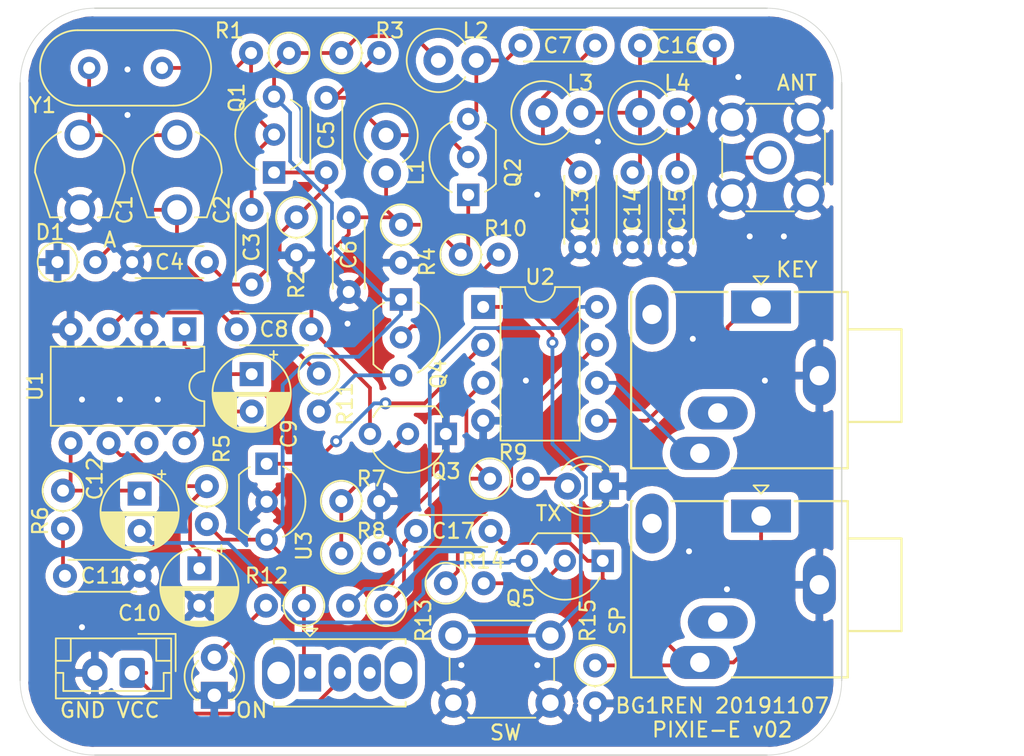
<source format=kicad_pcb>
(kicad_pcb (version 20171130) (host pcbnew 5.1.4)
  (layers (0 F.Cu signal) (31 B.Cu signal) (34 B.Paste user) (35 F.Paste user) (36 B.SilkS user) (37 F.SilkS user) (38 B.Mask user) (39 F.Mask user) (44 Edge.Cuts user))
  (net 0 "")
  (net 1 GND)
  (net 2 "Net-(C1-Pad1)")
  (net 3 "Net-(C3-Pad1)")
  (net 4 "Net-(C5-Pad1)")
  (net 5 KEY)
  (net 6 "Net-(C7-Pad2)")
  (net 7 LPF)
  (net 8 Phone)
  (net 9 ANT)
  (net 10 "Net-(D2-Pad2)")
  (net 11 VCC)
  (net 12 DAH)
  (net 13 DIT)
  (net 14 SW)
  (net 15 "Net-(Q4-Pad2)")
  (net 16 Sidetone)
  (net 17 5V)
  (net 18 "Net-(C11-Pad2)")
  (net 19 "Net-(J1-Pad1)")
  (net 20 "Net-(D3-Pad2)")
  (net 21 "Net-(C3-Pad2)")
  (net 22 SHIFT)
  (net 23 "Net-(C8-Pad2)")
  (net 24 "Net-(C9-Pad2)")
  (net 25 "Net-(C9-Pad1)")
  (net 26 /V+)
  (net 27 AF)
  (net 28 "Net-(C12-Pad1)")
  (net 29 "Net-(C14-Pad2)")
  (net 30 "Net-(C17-Pad2)")
  (net 31 "Net-(Q3-Pad2)")
  (net 32 "Net-(Q4-Pad3)")
  (net 33 "Net-(Q5-Pad2)")
  (net 34 "Net-(R8-Pad2)")
  (net 35 MUTE)
  (module Resistor_THT:R_Axial_DIN0207_L6.3mm_D2.5mm_P2.54mm_Vertical (layer F.Cu) (at 138.5 94 270)
    (fp_text reference R15 (at -3 0.5 90) (layer F.SilkS))
    (fp_text value 100)
    (pad 2 thru_hole oval (at 2.54 0 270) (size 1.6 1.6) (drill 0.8) (layers *.Cu *.Mask) (net 1 GND))
    (pad 1 thru_hole circle (at 0 0 270) (size 1.6 1.6) (drill 0.8) (layers *.Cu *.Mask) (net 8 Phone))
  )
  (module Package_TO_SOT_THT:TO-92_Inline_Wide (layer F.Cu) (at 116.5 80.5 270)
    (fp_text reference U3 (at 5.5 -2.5 90) (layer F.SilkS))
    (fp_text value LM78L05_TO92)
    (pad 1 thru_hole rect (at 0 0) (size 1.5 1.5) (drill 0.8) (layers *.Cu *.Mask) (net 17 5V))
    (pad 3 thru_hole circle (at 5.08 0) (size 1.5 1.5) (drill 0.8) (layers *.Cu *.Mask) (net 11 VCC))
    (pad 2 thru_hole circle (at 2.54 0) (size 1.5 1.5) (drill 0.8) (layers *.Cu *.Mask) (net 1 GND))
  )
  (module Package_DIP:DIP-8_W7.62mm (layer F.Cu) (at 131 70)
    (fp_text reference U2 (at 3.81 -2) (layer F.SilkS))
    (fp_text value STC15W104)
    (pad 8 thru_hole oval (at 7.62 0) (size 1.6 1.6) (drill 0.8) (layers *.Cu *.Mask) (net 16 Sidetone))
    (pad 4 thru_hole oval (at 0 7.62) (size 1.6 1.6) (drill 0.8) (layers *.Cu *.Mask) (net 1 GND))
    (pad 7 thru_hole oval (at 7.62 2.54) (size 1.6 1.6) (drill 0.8) (layers *.Cu *.Mask) (net 35 MUTE))
    (pad 3 thru_hole oval (at 0 5.08) (size 1.6 1.6) (drill 0.8) (layers *.Cu *.Mask) (net 34 "Net-(R8-Pad2)"))
    (pad 6 thru_hole oval (at 7.62 5.08) (size 1.6 1.6) (drill 0.8) (layers *.Cu *.Mask) (net 12 DAH))
    (pad 2 thru_hole oval (at 0 2.54) (size 1.6 1.6) (drill 0.8) (layers *.Cu *.Mask) (net 17 5V))
    (pad 5 thru_hole oval (at 7.62 7.62) (size 1.6 1.6) (drill 0.8) (layers *.Cu *.Mask) (net 13 DIT))
    (pad 1 thru_hole rect (at 0 0) (size 1.6 1.6) (drill 0.8) (layers *.Cu *.Mask) (net 14 SW))
  )
  (module Resistor_THT:R_Axial_DIN0207_L6.3mm_D2.5mm_P2.54mm_Vertical (layer F.Cu) (at 128.5 88.5)
    (fp_text reference R14 (at 2.5 -1.5) (layer F.SilkS))
    (fp_text value 10K)
    (pad 2 thru_hole oval (at 2.54 0) (size 1.6 1.6) (drill 0.8) (layers *.Cu *.Mask) (net 33 "Net-(Q5-Pad2)"))
    (pad 1 thru_hole circle (at 0 0) (size 1.6 1.6) (drill 0.8) (layers *.Cu *.Mask) (net 35 MUTE))
  )
  (module Package_TO_SOT_THT:TO-92_Inline_Wide (layer F.Cu) (at 139 87 180)
    (fp_text reference Q5 (at 5.5 -2.5) (layer F.SilkS))
    (fp_text value 2N7000)
    (pad 1 thru_hole rect (at 0 0 270) (size 1.5 1.5) (drill 0.8) (layers *.Cu *.Mask) (net 8 Phone))
    (pad 3 thru_hole circle (at 5.08 0 270) (size 1.5 1.5) (drill 0.8) (layers *.Cu *.Mask) (net 27 AF))
    (pad 2 thru_hole circle (at 2.54 0 270) (size 1.5 1.5) (drill 0.8) (layers *.Cu *.Mask) (net 33 "Net-(Q5-Pad2)"))
  )
  (module Package_TO_SOT_THT:TO-92_Inline_Wide (layer F.Cu) (at 125.5 69.5 270)
    (fp_text reference Q4 (at 5 -2.5 90) (layer F.SilkS))
    (fp_text value 2N3906)
    (pad 1 thru_hole rect (at 0 0) (size 1.5 1.5) (drill 0.8) (layers *.Cu *.Mask) (net 11 VCC))
    (pad 3 thru_hole circle (at 5.08 0) (size 1.5 1.5) (drill 0.8) (layers *.Cu *.Mask) (net 32 "Net-(Q4-Pad3)"))
    (pad 2 thru_hole circle (at 2.54 0) (size 1.5 1.5) (drill 0.8) (layers *.Cu *.Mask) (net 15 "Net-(Q4-Pad2)"))
  )
  (module Package_TO_SOT_THT:TO-92_Inline_Wide (layer F.Cu) (at 128.5 78.5 180)
    (fp_text reference Q3 (at 0 -2.5) (layer F.SilkS))
    (fp_text value 2N2222)
    (pad 1 thru_hole rect (at 0 0 270) (size 1.5 1.5) (drill 0.8) (layers *.Cu *.Mask) (net 1 GND))
    (pad 3 thru_hole circle (at 5.08 0 270) (size 1.5 1.5) (drill 0.8) (layers *.Cu *.Mask) (net 5 KEY))
    (pad 2 thru_hole circle (at 2.54 0 270) (size 1.5 1.5) (drill 0.8) (layers *.Cu *.Mask) (net 31 "Net-(Q3-Pad2)"))
  )
  (module Package_TO_SOT_THT:TO-92_Inline_Wide (layer F.Cu) (at 130 62.5 90)
    (fp_text reference Q2 (at 1.5 3 90) (layer F.SilkS))
    (fp_text value 2N2222)
    (pad 1 thru_hole rect (at 0 0 180) (size 1.5 1.5) (drill 0.8) (layers *.Cu *.Mask) (net 5 KEY))
    (pad 3 thru_hole circle (at 5.08 0 180) (size 1.5 1.5) (drill 0.8) (layers *.Cu *.Mask) (net 6 "Net-(C7-Pad2)"))
    (pad 2 thru_hole circle (at 2.54 0 180) (size 1.5 1.5) (drill 0.8) (layers *.Cu *.Mask) (net 4 "Net-(C5-Pad1)"))
  )
  (module Package_TO_SOT_THT:TO-92_Inline_Wide (layer F.Cu) (at 117 61 90)
    (fp_text reference Q1 (at 5 -2.5 90) (layer F.SilkS))
    (fp_text value 2N2222)
    (pad 1 thru_hole rect (at 0 0 180) (size 1.5 1.5) (drill 0.8) (layers *.Cu *.Mask) (net 21 "Net-(C3-Pad2)"))
    (pad 3 thru_hole circle (at 5.08 0 180) (size 1.5 1.5) (drill 0.8) (layers *.Cu *.Mask) (net 11 VCC))
    (pad 2 thru_hole circle (at 2.54 0 180) (size 1.5 1.5) (drill 0.8) (layers *.Cu *.Mask) (net 3 "Net-(C3-Pad1)"))
  )
  (module LED_THT:LED_D3.0mm (layer F.Cu) (at 113 96 90)
    (fp_text reference D3 hide)
    (fp_text value YELLO hide)
    (fp_text user ON (at -1 2.5 180) (layer F.SilkS))
    (pad 2 thru_hole circle (at 2.54 0 90) (size 1.8 1.8) (drill 0.9) (layers *.Cu *.Mask) (net 20 "Net-(D3-Pad2)"))
    (pad 1 thru_hole rect (at 0 0 90) (size 1.8 1.8) (drill 0.9) (layers *.Cu *.Mask) (net 1 GND))
  )
  (module Capacitor_THT:C_Disc_D4.3mm_W1.9mm_P5.00mm (layer F.Cu) (at 131.5 85 180)
    (fp_text reference C17 (at 2.5 0) (layer F.SilkS))
    (fp_text value 100n)
    (pad 2 thru_hole circle (at 5 0 180) (size 1.6 1.6) (drill 0.8) (layers *.Cu *.Mask) (net 30 "Net-(C17-Pad2)"))
    (pad 1 thru_hole circle (at 0 0 180) (size 1.6 1.6) (drill 0.8) (layers *.Cu *.Mask) (net 8 Phone))
  )
  (module Capacitor_THT:C_Disc_D4.3mm_W1.9mm_P5.00mm (layer F.Cu) (at 146.5 52.5 180)
    (fp_text reference C16 (at 2.5 0) (layer F.SilkS))
    (fp_text value 100)
    (pad 2 thru_hole circle (at 5 0 180) (size 1.6 1.6) (drill 0.8) (layers *.Cu *.Mask) (net 29 "Net-(C14-Pad2)"))
    (pad 1 thru_hole circle (at 0 0 180) (size 1.6 1.6) (drill 0.8) (layers *.Cu *.Mask) (net 9 ANT))
  )
  (module Capacitor_THT:C_Disc_D4.3mm_W1.9mm_P5.00mm (layer F.Cu) (at 141 66 90)
    (fp_text reference C14 (at 2.5 0 90) (layer F.SilkS))
    (fp_text value 1n)
    (pad 2 thru_hole circle (at 5 0 90) (size 1.6 1.6) (drill 0.8) (layers *.Cu *.Mask) (net 29 "Net-(C14-Pad2)"))
    (pad 1 thru_hole circle (at 0 0 90) (size 1.6 1.6) (drill 0.8) (layers *.Cu *.Mask) (net 1 GND))
  )
  (module Capacitor_THT:CP_Radial_D5.0mm_P2.50mm (layer F.Cu) (at 108 82.5 270)
    (fp_text reference C12 (at -1 3 90) (layer F.SilkS))
    (fp_text value 10u)
    (pad 2 thru_hole circle (at 2.5 0 270) (size 1.6 1.6) (drill 0.8) (layers *.Cu *.Mask) (net 27 AF))
    (pad 1 thru_hole rect (at 0 0 270) (size 1.6 1.6) (drill 0.8) (layers *.Cu *.Mask) (net 28 "Net-(C12-Pad1)"))
  )
  (module Capacitor_THT:CP_Radial_D5.0mm_P2.50mm (layer F.Cu) (at 115.5 74.5 270)
    (fp_text reference C9 (at 4 -2.5 90) (layer F.SilkS))
    (fp_text value 10u)
    (pad 2 thru_hole circle (at 2.5 0 270) (size 1.6 1.6) (drill 0.8) (layers *.Cu *.Mask) (net 24 "Net-(C9-Pad2)"))
    (pad 1 thru_hole rect (at 0 0 270) (size 1.6 1.6) (drill 0.8) (layers *.Cu *.Mask) (net 25 "Net-(C9-Pad1)"))
  )
  (module bg1ren:TZ03-F (layer F.Cu) (at 110.5 61 270)
    (fp_text reference C2 (at 2.5 -3 90) (layer F.SilkS))
    (fp_text value 40)
    (pad 2 thru_hole circle (at 2.5 0 270) (size 2.062 2.062) (drill 1.3) (layers *.Cu *.Mask) (net 22 SHIFT))
    (pad 1 thru_hole circle (at -2.5 0 270) (size 2.062 2.062) (drill 1.3) (layers *.Cu *.Mask) (net 2 "Net-(C1-Pad1)"))
  )
  (module bg1ren:TZ03-F (layer F.Cu) (at 104 61 270)
    (fp_text reference C1 (at 2.5 -3 90) (layer F.SilkS))
    (fp_text value 60)
    (pad 2 thru_hole circle (at 2.5 0 270) (size 2.062 2.062) (drill 1.3) (layers *.Cu *.Mask) (net 1 GND))
    (pad 1 thru_hole circle (at -2.5 0 270) (size 2.062 2.062) (drill 1.3) (layers *.Cu *.Mask) (net 2 "Net-(C1-Pad1)"))
  )
  (module Connector_Coaxial:SMA_Molex_73251-2200_Horizontal (layer F.Cu) (at 150.2 60 270)
    (fp_text reference J2 hide)
    (fp_text value ANT (at -5 -1.8 180) (layer F.SilkS))
    (pad 2 thru_hole circle (at -2.54 2.54 270) (size 2.25 2.25) (drill 1.5) (layers *.Cu *.Mask) (net 1 GND))
    (pad 2 thru_hole circle (at -2.54 -2.54 270) (size 2.25 2.25) (drill 1.5) (layers *.Cu *.Mask) (net 1 GND))
    (pad 2 thru_hole circle (at 2.54 -2.54 270) (size 2.25 2.25) (drill 1.5) (layers *.Cu *.Mask) (net 1 GND))
    (pad 2 thru_hole circle (at 2.54 2.54) (size 2.25 2.25) (drill 1.5) (layers *.Cu *.Mask) (net 1 GND))
    (pad 1 thru_hole circle (at 0 0 270) (size 2.25 2.25) (drill 1.5) (layers *.Cu *.Mask) (net 9 ANT))
  )
  (module Inductor_THT:L_Axial_L9.5mm_D4.0mm_P2.54mm_Vertical_Fastron_SMCC (layer F.Cu) (at 141.5 57)
    (fp_text reference L4 (at 2.5 -2) (layer F.SilkS))
    (fp_text value 1u)
    (pad 2 thru_hole oval (at 2.54 0) (size 2 2) (drill 1) (layers *.Cu *.Mask) (net 9 ANT))
    (pad 1 thru_hole circle (at 0 0) (size 2 2) (drill 1) (layers *.Cu *.Mask) (net 29 "Net-(C14-Pad2)"))
  )
  (module Inductor_THT:L_Axial_L9.5mm_D4.0mm_P2.54mm_Vertical_Fastron_SMCC (layer F.Cu) (at 135 57)
    (fp_text reference L3 (at 2.5 -2) (layer F.SilkS))
    (fp_text value 1u)
    (pad 2 thru_hole oval (at 2.54 0) (size 2 2) (drill 1) (layers *.Cu *.Mask) (net 29 "Net-(C14-Pad2)"))
    (pad 1 thru_hole circle (at 0 0) (size 2 2) (drill 1) (layers *.Cu *.Mask) (net 7 LPF))
  )
  (module Capacitor_THT:C_Disc_D4.3mm_W1.9mm_P5.00mm (layer F.Cu) (at 137.5 66 90)
    (fp_text reference C13 (at 2.5 0 90) (layer F.SilkS))
    (fp_text value 470)
    (pad 2 thru_hole circle (at 5 0 90) (size 1.6 1.6) (drill 0.8) (layers *.Cu *.Mask) (net 7 LPF))
    (pad 1 thru_hole circle (at 0 0 90) (size 1.6 1.6) (drill 0.8) (layers *.Cu *.Mask) (net 1 GND))
  )
  (module Capacitor_THT:C_Disc_D4.3mm_W1.9mm_P5.00mm (layer F.Cu) (at 108 88 180)
    (fp_text reference C11 (at 2.5 0) (layer F.SilkS))
    (fp_text value 10n)
    (pad 2 thru_hole circle (at 5 0 180) (size 1.6 1.6) (drill 0.8) (layers *.Cu *.Mask) (net 18 "Net-(C11-Pad2)"))
    (pad 1 thru_hole circle (at 0 0 180) (size 1.6 1.6) (drill 0.8) (layers *.Cu *.Mask) (net 1 GND))
  )
  (module Resistor_THT:R_Axial_DIN0207_L6.3mm_D2.5mm_P2.54mm_Vertical (layer F.Cu) (at 124.5 90 180)
    (fp_text reference R13 (at -2.5 -1 90) (layer F.SilkS))
    (fp_text value 4.7K)
    (pad 2 thru_hole oval (at 2.54 0 180) (size 1.6 1.6) (drill 0.8) (layers *.Cu *.Mask) (net 16 Sidetone))
    (pad 1 thru_hole circle (at 0 0 180) (size 1.6 1.6) (drill 0.8) (layers *.Cu *.Mask) (net 30 "Net-(C17-Pad2)"))
  )
  (module Resistor_THT:R_Axial_DIN0207_L6.3mm_D2.5mm_P2.54mm_Vertical (layer F.Cu) (at 118 53 180)
    (fp_text reference R1 (at 4 1.5) (layer F.SilkS))
    (fp_text value 47K)
    (pad 2 thru_hole oval (at 2.54 0 180) (size 1.6 1.6) (drill 0.8) (layers *.Cu *.Mask) (net 3 "Net-(C3-Pad1)"))
    (pad 1 thru_hole circle (at 0 0 180) (size 1.6 1.6) (drill 0.8) (layers *.Cu *.Mask) (net 11 VCC))
  )
  (module LED_THT:LED_D3.0mm (layer F.Cu) (at 139.192 82 180)
    (fp_text reference D2 hide)
    (fp_text value RED hide)
    (fp_text user TX (at 3.81 -1.82) (layer F.SilkS))
    (pad 2 thru_hole circle (at 2.54 0 180) (size 1.8 1.8) (drill 0.9) (layers *.Cu *.Mask) (net 10 "Net-(D2-Pad2)"))
    (pad 1 thru_hole rect (at 0 0 180) (size 1.8 1.8) (drill 0.9) (layers *.Cu *.Mask) (net 1 GND))
  )
  (module Button_Switch_THT:SW_Slide_1P2T_CK_OS102011MS2Q (layer F.Cu) (at 119.4 94.5)
    (fp_text reference SW1 hide)
    (fp_text value PWR hide)
    (pad "" thru_hole oval (at 6.1 0) (size 2.2 3.5) (drill 1.5) (layers *.Cu *.Mask))
    (pad "" thru_hole oval (at -2.1 0) (size 2.2 3.5) (drill 1.5) (layers *.Cu *.Mask))
    (pad 3 thru_hole oval (at 4 0) (size 1.5 2.5) (drill 0.8) (layers *.Cu *.Mask))
    (pad 2 thru_hole oval (at 2 0) (size 1.5 2.5) (drill 0.8) (layers *.Cu *.Mask) (net 19 "Net-(J1-Pad1)"))
    (pad 1 thru_hole rect (at 0 0) (size 1.5 2.5) (drill 0.8) (layers *.Cu *.Mask) (net 11 VCC))
  )
  (module Button_Switch_THT:SW_PUSH_6mm (layer F.Cu) (at 129 92)
    (fp_text reference SW2 hide)
    (fp_text value SW (at 3.5 6.5) (layer F.SilkS))
    (pad 1 thru_hole circle (at 6.5 0 90) (size 2 2) (drill 1.1) (layers *.Cu *.Mask) (net 14 SW))
    (pad 2 thru_hole circle (at 6.5 4.5 90) (size 2 2) (drill 1.1) (layers *.Cu *.Mask) (net 1 GND))
    (pad 1 thru_hole circle (at 0 0 90) (size 2 2) (drill 1.1) (layers *.Cu *.Mask) (net 14 SW))
    (pad 2 thru_hole circle (at 0 4.5 90) (size 2 2) (drill 1.1) (layers *.Cu *.Mask) (net 1 GND))
  )
  (module Connector_Audio:Jack_3.5mm_Ledino_KB3SPRS_Horizontal (layer F.Cu) (at 149.604821 70 180)
    (fp_text reference J4 hide)
    (fp_text value KEY (at -2.395179 2.5 180) (layer F.SilkS))
    (pad S thru_hole oval (at -3.9 -4.6 180) (size 2.2 4) (drill 1.3) (layers *.Cu *.Mask) (net 1 GND))
    (pad R thru_hole oval (at 4.1 -9.8 180) (size 4 2.2) (drill 1.3) (layers *.Cu *.Mask) (net 12 DAH))
    (pad RN thru_hole oval (at 2.9 -7.1 180) (size 4 2.2) (drill 1.3) (layers *.Cu *.Mask))
    (pad TN thru_hole oval (at 7.3 -0.5 270) (size 4 2.2) (drill 1.3) (layers *.Cu *.Mask))
    (pad T thru_hole rect (at 0 0 180) (size 4 2.2) (drill 1.3) (layers *.Cu *.Mask) (net 13 DIT))
  )
  (module Connector_Audio:Jack_3.5mm_Ledino_KB3SPRS_Horizontal (layer F.Cu) (at 149.604821 84 180)
    (fp_text reference J3 hide)
    (fp_text value SP (at 9.604821 -7 90) (layer F.SilkS))
    (pad S thru_hole oval (at -3.9 -4.6 180) (size 2.2 4) (drill 1.3) (layers *.Cu *.Mask) (net 1 GND))
    (pad R thru_hole oval (at 4.1 -9.8 180) (size 4 2.2) (drill 1.3) (layers *.Cu *.Mask) (net 8 Phone))
    (pad RN thru_hole oval (at 2.9 -7.1 180) (size 4 2.2) (drill 1.3) (layers *.Cu *.Mask))
    (pad TN thru_hole oval (at 7.3 -0.5 270) (size 4 2.2) (drill 1.3) (layers *.Cu *.Mask))
    (pad T thru_hole rect (at 0 0 180) (size 4 2.2) (drill 1.3) (layers *.Cu *.Mask) (net 8 Phone))
  )
  (module Crystal:Crystal_HC49-4H_Vertical (layer F.Cu) (at 109.5 54 180)
    (fp_text reference Y1 (at 8 -2.5) (layer F.SilkS))
    (fp_text value 7.023MHz)
    (pad 2 thru_hole circle (at 4.88 0 180) (size 1.5 1.5) (drill 0.8) (layers *.Cu *.Mask) (net 2 "Net-(C1-Pad1)"))
    (pad 1 thru_hole circle (at 0 0 180) (size 1.5 1.5) (drill 0.8) (layers *.Cu *.Mask) (net 3 "Net-(C3-Pad1)"))
  )
  (module Package_DIP:DIP-8_W7.62mm (layer F.Cu) (at 111 71.5 270)
    (fp_text reference U1 (at 3.81 10 90) (layer F.SilkS))
    (fp_text value LM386)
    (pad 8 thru_hole oval (at 7.62 0 270) (size 1.6 1.6) (drill 0.8) (layers *.Cu *.Mask) (net 24 "Net-(C9-Pad2)"))
    (pad 4 thru_hole oval (at 0 7.62 270) (size 1.6 1.6) (drill 0.8) (layers *.Cu *.Mask) (net 1 GND))
    (pad 7 thru_hole oval (at 7.62 2.54 270) (size 1.6 1.6) (drill 0.8) (layers *.Cu *.Mask))
    (pad 3 thru_hole oval (at 0 5.08 270) (size 1.6 1.6) (drill 0.8) (layers *.Cu *.Mask) (net 23 "Net-(C8-Pad2)"))
    (pad 6 thru_hole oval (at 7.62 5.08 270) (size 1.6 1.6) (drill 0.8) (layers *.Cu *.Mask) (net 26 /V+))
    (pad 2 thru_hole oval (at 0 2.54 270) (size 1.6 1.6) (drill 0.8) (layers *.Cu *.Mask) (net 1 GND))
    (pad 5 thru_hole oval (at 7.62 7.62 270) (size 1.6 1.6) (drill 0.8) (layers *.Cu *.Mask) (net 28 "Net-(C12-Pad1)"))
    (pad 1 thru_hole rect (at 0 0 270) (size 1.6 1.6) (drill 0.8) (layers *.Cu *.Mask) (net 25 "Net-(C9-Pad1)"))
  )
  (module Resistor_THT:R_Axial_DIN0207_L6.3mm_D2.5mm_P2.54mm_Vertical (layer F.Cu) (at 119 90 180)
    (fp_text reference R12 (at 2.5 2) (layer F.SilkS))
    (fp_text value 4.7K)
    (pad 1 thru_hole circle (at 0 0 180) (size 1.6 1.6) (drill 0.8) (layers *.Cu *.Mask) (net 11 VCC))
    (pad 2 thru_hole oval (at 2.54 0 180) (size 1.6 1.6) (drill 0.8) (layers *.Cu *.Mask) (net 20 "Net-(D3-Pad2)"))
  )
  (module Resistor_THT:R_Axial_DIN0207_L6.3mm_D2.5mm_P2.54mm_Vertical (layer F.Cu) (at 120 74.46 270)
    (fp_text reference R11 (at 2.04 -1.75 90) (layer F.SilkS))
    (fp_text value 4.7K)
    (pad 1 thru_hole circle (at 0 0 270) (size 1.6 1.6) (drill 0.8) (layers *.Cu *.Mask) (net 22 SHIFT))
    (pad 2 thru_hole oval (at 2.54 0 270) (size 1.6 1.6) (drill 0.8) (layers *.Cu *.Mask) (net 32 "Net-(Q4-Pad3)"))
  )
  (module Resistor_THT:R_Axial_DIN0207_L6.3mm_D2.5mm_P2.54mm_Vertical (layer F.Cu) (at 129.5 66.5)
    (fp_text reference R10 (at 3 -1.75) (layer F.SilkS))
    (fp_text value 4.7K)
    (pad 2 thru_hole oval (at 2.54 0) (size 1.6 1.6) (drill 0.8) (layers *.Cu *.Mask) (net 15 "Net-(Q4-Pad2)"))
    (pad 1 thru_hole circle (at 0 0) (size 1.6 1.6) (drill 0.8) (layers *.Cu *.Mask) (net 5 KEY))
  )
  (module Resistor_THT:R_Axial_DIN0207_L6.3mm_D2.5mm_P2.54mm_Vertical (layer F.Cu) (at 131.46 81.5)
    (fp_text reference R9 (at 1.54 -1.75) (layer F.SilkS))
    (fp_text value 2K)
    (pad 2 thru_hole oval (at 2.54 0) (size 1.6 1.6) (drill 0.8) (layers *.Cu *.Mask) (net 10 "Net-(D2-Pad2)"))
    (pad 1 thru_hole circle (at 0 0) (size 1.6 1.6) (drill 0.8) (layers *.Cu *.Mask) (net 34 "Net-(R8-Pad2)"))
  )
  (module Resistor_THT:R_Axial_DIN0207_L6.3mm_D2.5mm_P2.54mm_Vertical (layer F.Cu) (at 121.5 86.5)
    (fp_text reference R8 (at 2 -1.5) (layer F.SilkS))
    (fp_text value 1K)
    (pad 2 thru_hole oval (at 2.54 0) (size 1.6 1.6) (drill 0.8) (layers *.Cu *.Mask) (net 34 "Net-(R8-Pad2)"))
    (pad 1 thru_hole circle (at 0 0) (size 1.6 1.6) (drill 0.8) (layers *.Cu *.Mask) (net 31 "Net-(Q3-Pad2)"))
  )
  (module Resistor_THT:R_Axial_DIN0207_L6.3mm_D2.5mm_P2.54mm_Vertical (layer F.Cu) (at 121.5 83)
    (fp_text reference R7 (at 2 -1.5) (layer F.SilkS))
    (fp_text value 2K)
    (pad 2 thru_hole oval (at 2.54 0) (size 1.6 1.6) (drill 0.8) (layers *.Cu *.Mask) (net 1 GND))
    (pad 1 thru_hole circle (at 0 0) (size 1.6 1.6) (drill 0.8) (layers *.Cu *.Mask) (net 31 "Net-(Q3-Pad2)"))
  )
  (module Resistor_THT:R_Axial_DIN0207_L6.3mm_D2.5mm_P2.54mm_Vertical (layer F.Cu) (at 102.87 82.296 270)
    (fp_text reference R6 (at 2.032 1.524 90) (layer F.SilkS))
    (fp_text value 10)
    (pad 2 thru_hole oval (at 2.54 0 270) (size 1.6 1.6) (drill 0.8) (layers *.Cu *.Mask) (net 18 "Net-(C11-Pad2)"))
    (pad 1 thru_hole circle (at 0 0 270) (size 1.6 1.6) (drill 0.8) (layers *.Cu *.Mask) (net 28 "Net-(C12-Pad1)"))
  )
  (module Resistor_THT:R_Axial_DIN0207_L6.3mm_D2.5mm_P2.54mm_Vertical (layer F.Cu) (at 112.5 82 270)
    (fp_text reference R5 (at -2.5 -1 90) (layer F.SilkS))
    (fp_text value 1K)
    (pad 2 thru_hole oval (at 2.54 0 270) (size 1.6 1.6) (drill 0.8) (layers *.Cu *.Mask) (net 11 VCC))
    (pad 1 thru_hole circle (at 0 0 270) (size 1.6 1.6) (drill 0.8) (layers *.Cu *.Mask) (net 26 /V+))
  )
  (module Resistor_THT:R_Axial_DIN0207_L6.3mm_D2.5mm_P2.54mm_Vertical (layer F.Cu) (at 125.5 64.5 270)
    (fp_text reference R4 (at 2.48 -1.75 90) (layer F.SilkS))
    (fp_text value 10K)
    (pad 2 thru_hole oval (at 2.54 0 270) (size 1.6 1.6) (drill 0.8) (layers *.Cu *.Mask) (net 1 GND))
    (pad 1 thru_hole circle (at 0 0 270) (size 1.6 1.6) (drill 0.8) (layers *.Cu *.Mask) (net 5 KEY))
  )
  (module Resistor_THT:R_Axial_DIN0207_L6.3mm_D2.5mm_P2.54mm_Vertical (layer F.Cu) (at 121.5 53)
    (fp_text reference R3 (at 3.25 -1.5) (layer F.SilkS))
    (fp_text value 47K)
    (pad 2 thru_hole oval (at 2.54 0) (size 1.6 1.6) (drill 0.8) (layers *.Cu *.Mask) (net 4 "Net-(C5-Pad1)"))
    (pad 1 thru_hole circle (at 0 0) (size 1.6 1.6) (drill 0.8) (layers *.Cu *.Mask) (net 11 VCC))
  )
  (module Resistor_THT:R_Axial_DIN0207_L6.3mm_D2.5mm_P2.54mm_Vertical (layer F.Cu) (at 118.5 64 270)
    (fp_text reference R2 (at 4.5 0 90) (layer F.SilkS))
    (fp_text value 470)
    (pad 2 thru_hole oval (at 2.54 0 270) (size 1.6 1.6) (drill 0.8) (layers *.Cu *.Mask) (net 1 GND))
    (pad 1 thru_hole circle (at 0 0 270) (size 1.6 1.6) (drill 0.8) (layers *.Cu *.Mask) (net 21 "Net-(C3-Pad2)"))
  )
  (module Inductor_THT:L_Axial_L9.5mm_D4.0mm_P2.54mm_Vertical_Fastron_SMCC (layer F.Cu) (at 128 53.5)
    (fp_text reference L2 (at 2.5 -2) (layer F.SilkS))
    (fp_text value 22u)
    (pad 2 thru_hole oval (at 2.54 0) (size 2 2) (drill 1) (layers *.Cu *.Mask) (net 6 "Net-(C7-Pad2)"))
    (pad 1 thru_hole circle (at 0 0) (size 2 2) (drill 1) (layers *.Cu *.Mask) (net 11 VCC))
  )
  (module Inductor_THT:L_Axial_L9.5mm_D4.0mm_P2.54mm_Vertical_Fastron_SMCC (layer F.Cu) (at 124.5 58.5 270)
    (fp_text reference L1 (at 2.5 -2 90) (layer F.SilkS))
    (fp_text value 100u)
    (pad 2 thru_hole oval (at 2.54 0 270) (size 2 2) (drill 1) (layers *.Cu *.Mask) (net 5 KEY))
    (pad 1 thru_hole circle (at 0 0 270) (size 2 2) (drill 1) (layers *.Cu *.Mask) (net 4 "Net-(C5-Pad1)"))
  )
  (module Connector_JST:JST_EH_B2B-EH-A_1x02_P2.50mm_Vertical (layer F.Cu) (at 107.5 94.5 180)
    (fp_text reference J1 hide)
    (fp_text value PWR hide)
    (pad 2 thru_hole oval (at 2.5 0 180) (size 1.7 2) (drill 1) (layers *.Cu *.Mask) (net 1 GND))
    (pad 1 thru_hole roundrect (at 0 0 180) (size 1.7 2) (drill 1) (layers *.Cu *.Mask) (roundrect_rratio 0.147059) (net 19 "Net-(J1-Pad1)"))
  )
  (module Diode_THT:D_DO-35_SOD27_P2.54mm_Vertical_AnodeUp (layer F.Cu) (at 102.5 67)
    (fp_text reference D1 (at -0.5 -2) (layer F.SilkS))
    (fp_text value 1N4148)
    (fp_text user A (at 3.5 -1.5) (layer F.SilkS))
    (pad 2 thru_hole oval (at 2.54 0) (size 1.6 1.6) (drill 0.8) (layers *.Cu *.Mask) (net 22 SHIFT))
    (pad 1 thru_hole rect (at 0 0) (size 1.6 1.6) (drill 0.8) (layers *.Cu *.Mask) (net 1 GND))
  )
  (module Capacitor_THT:C_Disc_D4.3mm_W1.9mm_P5.00mm (layer F.Cu) (at 144 66 90)
    (fp_text reference C15 (at 2.5 0 90) (layer F.SilkS))
    (fp_text value 470)
    (pad 2 thru_hole circle (at 5 0 90) (size 1.6 1.6) (drill 0.8) (layers *.Cu *.Mask) (net 9 ANT))
    (pad 1 thru_hole circle (at 0 0 90) (size 1.6 1.6) (drill 0.8) (layers *.Cu *.Mask) (net 1 GND))
  )
  (module Capacitor_THT:CP_Radial_D5.0mm_P2.50mm (layer F.Cu) (at 112 87.5 270)
    (fp_text reference C10 (at 3 4 180) (layer F.SilkS))
    (fp_text value 100u)
    (pad 2 thru_hole circle (at 2.5 0 270) (size 1.6 1.6) (drill 0.8) (layers *.Cu *.Mask) (net 1 GND))
    (pad 1 thru_hole rect (at 0 0 270) (size 1.6 1.6) (drill 0.8) (layers *.Cu *.Mask) (net 26 /V+))
  )
  (module Capacitor_THT:C_Disc_D4.3mm_W1.9mm_P5.00mm (layer F.Cu) (at 119.5 71.5 180)
    (fp_text reference C8 (at 2.5 0) (layer F.SilkS))
    (fp_text value 100n)
    (pad 2 thru_hole circle (at 5 0 180) (size 1.6 1.6) (drill 0.8) (layers *.Cu *.Mask) (net 23 "Net-(C8-Pad2)"))
    (pad 1 thru_hole circle (at 0 0 180) (size 1.6 1.6) (drill 0.8) (layers *.Cu *.Mask) (net 5 KEY))
  )
  (module Capacitor_THT:C_Disc_D4.3mm_W1.9mm_P5.00mm (layer F.Cu) (at 138.5 52.5 180)
    (fp_text reference C7 (at 2.5 0) (layer F.SilkS))
    (fp_text value 10n)
    (pad 2 thru_hole circle (at 5 0 180) (size 1.6 1.6) (drill 0.8) (layers *.Cu *.Mask) (net 6 "Net-(C7-Pad2)"))
    (pad 1 thru_hole circle (at 0 0 180) (size 1.6 1.6) (drill 0.8) (layers *.Cu *.Mask) (net 7 LPF))
  )
  (module Capacitor_THT:C_Disc_D4.3mm_W1.9mm_P5.00mm (layer F.Cu) (at 122 64 270)
    (fp_text reference C6 (at 2.5 0 90) (layer F.SilkS))
    (fp_text value 47n)
    (pad 2 thru_hole circle (at 5 0 270) (size 1.6 1.6) (drill 0.8) (layers *.Cu *.Mask) (net 1 GND))
    (pad 1 thru_hole circle (at 0 0 270) (size 1.6 1.6) (drill 0.8) (layers *.Cu *.Mask) (net 5 KEY))
  )
  (module Capacitor_THT:C_Disc_D4.3mm_W1.9mm_P5.00mm (layer F.Cu) (at 120.5 56 270)
    (fp_text reference C5 (at 2.5 0 90) (layer F.SilkS))
    (fp_text value 10n)
    (pad 2 thru_hole circle (at 5 0 270) (size 1.6 1.6) (drill 0.8) (layers *.Cu *.Mask) (net 21 "Net-(C3-Pad2)"))
    (pad 1 thru_hole circle (at 0 0 270) (size 1.6 1.6) (drill 0.8) (layers *.Cu *.Mask) (net 4 "Net-(C5-Pad1)"))
  )
  (module Capacitor_THT:C_Disc_D4.3mm_W1.9mm_P5.00mm (layer F.Cu) (at 112.5 67 180)
    (fp_text reference C4 (at 2.5 0) (layer F.SilkS))
    (fp_text value 100)
    (pad 2 thru_hole circle (at 5 0 180) (size 1.6 1.6) (drill 0.8) (layers *.Cu *.Mask) (net 1 GND))
    (pad 1 thru_hole circle (at 0 0 180) (size 1.6 1.6) (drill 0.8) (layers *.Cu *.Mask) (net 21 "Net-(C3-Pad2)"))
  )
  (module Capacitor_THT:C_Disc_D4.3mm_W1.9mm_P5.00mm (layer F.Cu) (at 115.5 63.5 270)
    (fp_text reference C3 (at 2.5 0 90) (layer F.SilkS))
    (fp_text value 100)
    (pad 2 thru_hole circle (at 5 0 270) (size 1.6 1.6) (drill 0.8) (layers *.Cu *.Mask) (net 21 "Net-(C3-Pad2)"))
    (pad 1 thru_hole circle (at 0 0 270) (size 1.6 1.6) (drill 0.8) (layers *.Cu *.Mask) (net 3 "Net-(C3-Pad1)"))
  )
  (gr_arc (start 105 95) (end 100 95) (angle -90) (layer Edge.Cuts) (width 0.05))
  (gr_arc (start 105 55) (end 105 50) (angle -90) (layer Edge.Cuts) (width 0.05))
  (gr_text "BG1REN 20191107\nPIXIE-E v02" (at 147 97.5) (layer F.SilkS) (effects (font (size 1 1))))
  (gr_text "GND VCC" (at 106 97) (layer F.SilkS) (effects (font (size 1 1))))
  (gr_arc (start 150 95) (end 150 100) (angle -90) (layer Edge.Cuts) (width 0.05))
  (gr_arc (start 150 55) (end 155 55) (angle -90) (layer Edge.Cuts) (width 0.05))
  (gr_line (start 100 95) (end 100 55) (layer Edge.Cuts) (width 0.1))
  (gr_line (start 150 100) (end 105 100) (layer Edge.Cuts) (width 0.1))
  (gr_line (start 155 55) (end 155 95) (layer Edge.Cuts) (width 0.1))
  (gr_line (start 105 50) (end 150 50) (layer Edge.Cuts) (width 0.1))
  (via (at 151.13 65.278) (size 0.8) (drill 0.4) (layers F.Cu B.Cu) (net 1))
  (via (at 148.844 65.278) (size 0.8) (drill 0.4) (layers F.Cu B.Cu) (net 1))
  (via (at 149.86 74.93) (size 0.8) (drill 0.4) (layers F.Cu B.Cu) (net 1))
  (via (at 144.78 86.36) (size 0.8) (drill 0.4) (layers F.Cu B.Cu) (net 1))
  (via (at 147.32 88.9) (size 0.8) (drill 0.4) (layers F.Cu B.Cu) (net 1))
  (via (at 107.188 54.102) (size 0.8) (drill 0.4) (layers F.Cu B.Cu) (net 1))
  (via (at 107.188 57.15) (size 0.8) (drill 0.4) (layers F.Cu B.Cu) (net 1))
  (via (at 148.082 54.61) (size 0.8) (drill 0.4) (layers F.Cu B.Cu) (net 1))
  (via (at 138.684 58.928) (size 0.8) (drill 0.4) (layers F.Cu B.Cu) (net 1))
  (via (at 134.62 62.484) (size 0.8) (drill 0.4) (layers F.Cu B.Cu) (net 1))
  (via (at 133.858 74.93) (size 0.8) (drill 0.4) (layers F.Cu B.Cu) (net 1))
  (via (at 104.14 76.2) (size 0.8) (drill 0.4) (layers F.Cu B.Cu) (net 1))
  (via (at 106.68 76.2) (size 0.8) (drill 0.4) (layers F.Cu B.Cu) (net 1))
  (via (at 109.22 76.2) (size 0.8) (drill 0.4) (layers F.Cu B.Cu) (net 1))
  (via (at 104.14 91.44) (size 0.8) (drill 0.4) (layers F.Cu B.Cu) (net 1))
  (via (at 134.62 93.98) (size 0.8) (drill 0.4) (layers F.Cu B.Cu) (net 1))
  (via (at 145.034 72.136) (size 0.8) (drill 0.4) (layers F.Cu B.Cu) (net 1))
  (via (at 129.54 93.98) (size 0.8) (drill 0.4) (layers F.Cu B.Cu) (net 1))
  (via (at 121.92 71.12) (size 0.8) (drill 0.4) (layers F.Cu B.Cu) (net 1))
  (segment (start 104.62 57.88) (end 104 58.5) (width 0.25) (layer F.Cu) (net 2))
  (segment (start 104.62 54) (end 104.62 57.88) (width 0.25) (layer F.Cu) (net 2))
  (segment (start 104 58.5) (end 110.5 58.5) (width 0.25) (layer F.Cu) (net 2))
  (segment (start 114.46 54) (end 115.46 53) (width 0.25) (layer F.Cu) (net 3))
  (segment (start 109.5 54) (end 114.46 54) (width 0.25) (layer F.Cu) (net 3))
  (segment (start 115.46 56.92) (end 115.46 53) (width 0.25) (layer F.Cu) (net 3))
  (segment (start 117 58.46) (end 115.46 56.92) (width 0.25) (layer F.Cu) (net 3))
  (segment (start 115.5 59.96) (end 115.5 63.5) (width 0.25) (layer F.Cu) (net 3))
  (segment (start 117 58.46) (end 115.5 59.96) (width 0.25) (layer F.Cu) (net 3))
  (segment (start 121.04 56) (end 120.5 56) (width 0.25) (layer F.Cu) (net 4))
  (segment (start 124.04 53) (end 121.04 56) (width 0.25) (layer F.Cu) (net 4))
  (segment (start 122 56) (end 124.5 58.5) (width 0.25) (layer F.Cu) (net 4))
  (segment (start 120.5 56) (end 122 56) (width 0.25) (layer F.Cu) (net 4))
  (segment (start 128.54 58.5) (end 130 59.96) (width 0.25) (layer F.Cu) (net 4))
  (segment (start 124.5 58.5) (end 128.54 58.5) (width 0.25) (layer F.Cu) (net 4))
  (segment (start 130 66) (end 129.5 66.5) (width 0.25) (layer F.Cu) (net 5))
  (segment (start 130 62.5) (end 130 66) (width 0.25) (layer F.Cu) (net 5))
  (segment (start 124.5 63.5) (end 125.5 64.5) (width 0.25) (layer F.Cu) (net 5))
  (segment (start 124.5 61.04) (end 124.5 63.5) (width 0.25) (layer F.Cu) (net 5))
  (segment (start 127.5 64.5) (end 129.5 66.5) (width 0.25) (layer F.Cu) (net 5))
  (segment (start 125.5 64.5) (end 127.5 64.5) (width 0.25) (layer F.Cu) (net 5))
  (segment (start 125 64) (end 125.5 64.5) (width 0.25) (layer F.Cu) (net 5))
  (segment (start 122 64) (end 125 64) (width 0.25) (layer F.Cu) (net 5))
  (segment (start 119.5 70.36863) (end 119.5 71.5) (width 0.25) (layer F.Cu) (net 5))
  (segment (start 119.5 67.63137) (end 119.5 70.36863) (width 0.25) (layer F.Cu) (net 5))
  (segment (start 122 65.13137) (end 119.5 67.63137) (width 0.25) (layer F.Cu) (net 5))
  (segment (start 122 64) (end 122 65.13137) (width 0.25) (layer F.Cu) (net 5))
  (segment (start 123.42 75.42) (end 123.42 78.5) (width 0.25) (layer F.Cu) (net 5))
  (segment (start 119.5 71.5) (end 123.42 75.42) (width 0.25) (layer F.Cu) (net 5))
  (segment (start 130.54 56.88) (end 130 57.42) (width 0.25) (layer F.Cu) (net 6))
  (segment (start 130.54 53.5) (end 130.54 56.88) (width 0.25) (layer F.Cu) (net 6))
  (segment (start 132.5 53.5) (end 133.5 52.5) (width 0.25) (layer F.Cu) (net 6))
  (segment (start 130.54 53.5) (end 132.5 53.5) (width 0.25) (layer F.Cu) (net 6))
  (segment (start 135 56) (end 135 57) (width 0.25) (layer F.Cu) (net 7))
  (segment (start 138.5 52.5) (end 135 56) (width 0.25) (layer F.Cu) (net 7))
  (segment (start 135 58.5) (end 137.5 61) (width 0.25) (layer F.Cu) (net 7))
  (segment (start 135 57) (end 135 58.5) (width 0.25) (layer F.Cu) (net 7))
  (segment (start 144.604821 93.8) (end 145.504821 93.8) (width 0.25) (layer F.Cu) (net 8))
  (segment (start 139 88.195179) (end 144.604821 93.8) (width 0.25) (layer F.Cu) (net 8))
  (segment (start 139 87) (end 139 88.195179) (width 0.25) (layer F.Cu) (net 8))
  (segment (start 149.604821 85.35) (end 149.604821 84) (width 0.25) (layer F.Cu) (net 8))
  (segment (start 149.604821 91.95) (end 149.604821 85.35) (width 0.25) (layer F.Cu) (net 8))
  (segment (start 147.754821 93.8) (end 149.604821 91.95) (width 0.25) (layer F.Cu) (net 8))
  (segment (start 145.504821 93.8) (end 147.754821 93.8) (width 0.25) (layer F.Cu) (net 8))
  (segment (start 138 87) (end 139 87) (width 0.25) (layer F.Cu) (net 8))
  (segment (start 132.299999 85.799999) (end 136.799999 85.799999) (width 0.25) (layer F.Cu) (net 8))
  (segment (start 136.799999 85.799999) (end 138 87) (width 0.25) (layer F.Cu) (net 8))
  (segment (start 131.5 85) (end 132.299999 85.799999) (width 0.25) (layer F.Cu) (net 8))
  (segment (start 145.304821 94) (end 145.504821 93.8) (width 0.25) (layer F.Cu) (net 8))
  (segment (start 138.5 94) (end 145.304821 94) (width 0.25) (layer F.Cu) (net 8))
  (segment (start 147.04 60) (end 150.2 60) (width 0.25) (layer F.Cu) (net 9))
  (segment (start 144.04 57) (end 147.04 60) (width 0.25) (layer F.Cu) (net 9))
  (segment (start 146.5 54.54) (end 144.04 57) (width 0.25) (layer F.Cu) (net 9))
  (segment (start 146.5 52.5) (end 146.5 54.54) (width 0.25) (layer F.Cu) (net 9))
  (segment (start 144.04 60.96) (end 144 61) (width 0.25) (layer F.Cu) (net 9))
  (segment (start 144.04 57) (end 144.04 60.96) (width 0.25) (layer F.Cu) (net 9))
  (segment (start 136.152 81.5) (end 136.652 82) (width 0.25) (layer F.Cu) (net 10))
  (segment (start 134 81.5) (end 136.152 81.5) (width 0.25) (layer F.Cu) (net 10))
  (segment (start 117 54) (end 117 55.92) (width 0.25) (layer F.Cu) (net 11))
  (segment (start 118 53) (end 117 54) (width 0.25) (layer F.Cu) (net 11))
  (segment (start 119.165002 53) (end 121.5 53) (width 0.25) (layer F.Cu) (net 11))
  (segment (start 118 53) (end 119.165002 53) (width 0.25) (layer F.Cu) (net 11))
  (segment (start 127.000001 52.500001) (end 128 53.5) (width 0.25) (layer F.Cu) (net 11))
  (segment (start 126.374999 51.874999) (end 127.000001 52.500001) (width 0.25) (layer F.Cu) (net 11))
  (segment (start 122.625001 51.874999) (end 126.374999 51.874999) (width 0.25) (layer F.Cu) (net 11))
  (segment (start 121.5 53) (end 122.625001 51.874999) (width 0.25) (layer F.Cu) (net 11))
  (segment (start 119 88.08) (end 116.5 85.58) (width 0.25) (layer F.Cu) (net 11))
  (segment (start 119 90) (end 119 88.08) (width 0.25) (layer F.Cu) (net 11))
  (segment (start 113.54 85.58) (end 112.5 84.54) (width 0.25) (layer F.Cu) (net 11))
  (segment (start 116.5 85.58) (end 113.54 85.58) (width 0.25) (layer F.Cu) (net 11))
  (segment (start 118.075001 56.995001) (end 117.749999 56.669999) (width 0.25) (layer B.Cu) (net 11))
  (segment (start 120.874999 63.040001) (end 118.075001 60.240003) (width 0.25) (layer B.Cu) (net 11))
  (segment (start 118.075001 60.240003) (end 118.075001 56.995001) (width 0.25) (layer B.Cu) (net 11))
  (segment (start 120.874999 65.874999) (end 120.874999 63.040001) (width 0.25) (layer B.Cu) (net 11))
  (segment (start 117.749999 56.669999) (end 117 55.92) (width 0.25) (layer B.Cu) (net 11))
  (segment (start 124.5 69.5) (end 120.874999 65.874999) (width 0.25) (layer B.Cu) (net 11))
  (segment (start 125.5 69.5) (end 124.5 69.5) (width 0.25) (layer B.Cu) (net 11))
  (segment (start 117.249999 84.830001) (end 116.5 85.58) (width 0.25) (layer B.Cu) (net 11))
  (segment (start 117.575001 84.504999) (end 117.249999 84.830001) (width 0.25) (layer B.Cu) (net 11))
  (segment (start 117.575001 75.219997) (end 117.575001 84.504999) (width 0.25) (layer B.Cu) (net 11))
  (segment (start 119.459999 73.334999) (end 117.575001 75.219997) (width 0.25) (layer B.Cu) (net 11))
  (segment (start 122.665001 73.334999) (end 119.459999 73.334999) (width 0.25) (layer B.Cu) (net 11))
  (segment (start 125.5 70.5) (end 122.665001 73.334999) (width 0.25) (layer B.Cu) (net 11))
  (segment (start 125.5 69.5) (end 125.5 70.5) (width 0.25) (layer B.Cu) (net 11))
  (segment (start 119 94.1) (end 119.4 94.5) (width 0.25) (layer F.Cu) (net 11))
  (segment (start 119 90) (end 119 94.1) (width 0.25) (layer F.Cu) (net 11))
  (segment (start 139.884821 75.08) (end 139.75137 75.08) (width 0.25) (layer B.Cu) (net 12))
  (segment (start 144.604821 79.8) (end 139.884821 75.08) (width 0.25) (layer B.Cu) (net 12))
  (segment (start 139.75137 75.08) (end 138.62 75.08) (width 0.25) (layer B.Cu) (net 12))
  (segment (start 145.504821 79.8) (end 144.604821 79.8) (width 0.25) (layer B.Cu) (net 12))
  (segment (start 148.704821 70) (end 149.604821 70) (width 0.25) (layer F.Cu) (net 13))
  (segment (start 147.354821 72.25) (end 147.354821 71.35) (width 0.25) (layer F.Cu) (net 13))
  (segment (start 141.984821 77.62) (end 147.354821 72.25) (width 0.25) (layer F.Cu) (net 13))
  (segment (start 147.354821 71.35) (end 148.704821 70) (width 0.25) (layer F.Cu) (net 13))
  (segment (start 138.62 77.62) (end 141.984821 77.62) (width 0.25) (layer F.Cu) (net 13))
  (via (at 135.636 72.39) (size 0.8) (drill 0.4) (layers F.Cu B.Cu) (net 14))
  (segment (start 132.05 70) (end 131 70) (width 0.25) (layer F.Cu) (net 14))
  (segment (start 133.811685 70) (end 132.05 70) (width 0.25) (layer F.Cu) (net 14))
  (segment (start 135.636 71.824315) (end 133.811685 70) (width 0.25) (layer F.Cu) (net 14))
  (segment (start 135.636 72.39) (end 135.636 71.824315) (width 0.25) (layer F.Cu) (net 14))
  (segment (start 135.5 92) (end 137.535001 89.964999) (width 0.25) (layer B.Cu) (net 14))
  (segment (start 135.636 79.170998) (end 135.636 72.39) (width 0.25) (layer B.Cu) (net 14))
  (segment (start 137.535001 89.964999) (end 137.535001 82.930001) (width 0.25) (layer B.Cu) (net 14))
  (segment (start 137.877001 81.411999) (end 135.636 79.170998) (width 0.25) (layer B.Cu) (net 14))
  (segment (start 137.535001 82.930001) (end 137.877001 82.588001) (width 0.25) (layer B.Cu) (net 14))
  (segment (start 137.877001 82.588001) (end 137.877001 81.411999) (width 0.25) (layer B.Cu) (net 14))
  (segment (start 135.5 92) (end 129 92) (width 0.25) (layer B.Cu) (net 14))
  (segment (start 131.240001 67.299999) (end 132.04 66.5) (width 0.25) (layer F.Cu) (net 15))
  (segment (start 127.249999 71.290001) (end 131.240001 67.299999) (width 0.25) (layer F.Cu) (net 15))
  (segment (start 126.249999 71.290001) (end 127.249999 71.290001) (width 0.25) (layer F.Cu) (net 15))
  (segment (start 125.5 72.04) (end 126.249999 71.290001) (width 0.25) (layer F.Cu) (net 15))
  (segment (start 124.290003 88.874999) (end 123.085001 88.874999) (width 0.25) (layer B.Cu) (net 16))
  (segment (start 127.625001 85.540001) (end 124.290003 88.874999) (width 0.25) (layer B.Cu) (net 16))
  (segment (start 127.625001 83.429001) (end 127.625001 85.540001) (width 0.25) (layer B.Cu) (net 16))
  (segment (start 123.085001 88.874999) (end 122.759999 89.200001) (width 0.25) (layer B.Cu) (net 16))
  (segment (start 127.424999 83.228999) (end 127.625001 83.429001) (width 0.25) (layer B.Cu) (net 16))
  (segment (start 138.62 70) (end 137.48863 70) (width 0.25) (layer B.Cu) (net 16))
  (segment (start 130.459999 71.414999) (end 127.424999 74.449999) (width 0.25) (layer B.Cu) (net 16))
  (segment (start 122.759999 89.200001) (end 121.96 90) (width 0.25) (layer B.Cu) (net 16))
  (segment (start 127.424999 74.449999) (end 127.424999 83.228999) (width 0.25) (layer B.Cu) (net 16))
  (segment (start 136.073631 71.414999) (end 130.459999 71.414999) (width 0.25) (layer B.Cu) (net 16))
  (segment (start 137.48863 70) (end 136.073631 71.414999) (width 0.25) (layer B.Cu) (net 16))
  (segment (start 119.652 80.5) (end 121.158 78.994) (width 0.25) (layer F.Cu) (net 17))
  (via (at 121.158 78.994) (size 0.8) (drill 0.4) (layers F.Cu B.Cu) (net 17))
  (segment (start 116.5 80.5) (end 119.652 80.5) (width 0.25) (layer F.Cu) (net 17))
  (via (at 124.46 76.454) (size 0.8) (drill 0.4) (layers F.Cu B.Cu) (net 17))
  (segment (start 123.698 76.454) (end 124.46 76.454) (width 0.25) (layer B.Cu) (net 17))
  (segment (start 121.158 78.994) (end 123.698 76.454) (width 0.25) (layer B.Cu) (net 17))
  (segment (start 127.086 76.454) (end 131 72.54) (width 0.25) (layer F.Cu) (net 17))
  (segment (start 124.46 76.454) (end 127.086 76.454) (width 0.25) (layer F.Cu) (net 17))
  (segment (start 102.87 87.87) (end 103 88) (width 0.25) (layer F.Cu) (net 18))
  (segment (start 102.87 84.836) (end 102.87 87.87) (width 0.25) (layer F.Cu) (net 18))
  (segment (start 107.5 94.5) (end 108.45 94.5) (width 0.25) (layer F.Cu) (net 19))
  (segment (start 119.174999 97.225001) (end 121.4 95) (width 0.25) (layer F.Cu) (net 19))
  (segment (start 110.225001 97.225001) (end 119.174999 97.225001) (width 0.25) (layer F.Cu) (net 19))
  (segment (start 121.4 95) (end 121.4 94.5) (width 0.25) (layer F.Cu) (net 19))
  (segment (start 107.5 94.5) (end 110.225001 97.225001) (width 0.25) (layer F.Cu) (net 19))
  (segment (start 113 93.46) (end 116.46 90) (width 0.25) (layer F.Cu) (net 20))
  (segment (start 114 68.5) (end 115.5 68.5) (width 0.25) (layer F.Cu) (net 21))
  (segment (start 112.5 67) (end 114 68.5) (width 0.25) (layer F.Cu) (net 21))
  (segment (start 117.700001 64.799999) (end 118.5 64) (width 0.25) (layer F.Cu) (net 21))
  (segment (start 117.374999 65.125001) (end 117.700001 64.799999) (width 0.25) (layer F.Cu) (net 21))
  (segment (start 117.374999 66.625001) (end 117.374999 65.125001) (width 0.25) (layer F.Cu) (net 21))
  (segment (start 115.5 68.5) (end 117.374999 66.625001) (width 0.25) (layer F.Cu) (net 21))
  (segment (start 120.5 62) (end 120.5 61) (width 0.25) (layer F.Cu) (net 21))
  (segment (start 118.5 64) (end 120.5 62) (width 0.25) (layer F.Cu) (net 21))
  (segment (start 120.5 61) (end 117 61) (width 0.25) (layer F.Cu) (net 21))
  (segment (start 108.54 63.5) (end 105.04 67) (width 0.25) (layer F.Cu) (net 22))
  (segment (start 110.5 63.5) (end 108.54 63.5) (width 0.25) (layer F.Cu) (net 22))
  (segment (start 119.200001 73.660001) (end 120 74.46) (width 0.25) (layer F.Cu) (net 22))
  (segment (start 114.209997 70.374999) (end 115.914999 70.374999) (width 0.25) (layer F.Cu) (net 22))
  (segment (start 115.914999 70.374999) (end 119.200001 73.660001) (width 0.25) (layer F.Cu) (net 22))
  (segment (start 110.5 66.665002) (end 114.209997 70.374999) (width 0.25) (layer F.Cu) (net 22))
  (segment (start 110.5 63.5) (end 110.5 66.665002) (width 0.25) (layer F.Cu) (net 22))
  (segment (start 106.719999 70.700001) (end 105.92 71.5) (width 0.25) (layer F.Cu) (net 23))
  (segment (start 107.045001 70.374999) (end 106.719999 70.700001) (width 0.25) (layer F.Cu) (net 23))
  (segment (start 113.374999 70.374999) (end 107.045001 70.374999) (width 0.25) (layer F.Cu) (net 23))
  (segment (start 114.5 71.5) (end 113.374999 70.374999) (width 0.25) (layer F.Cu) (net 23))
  (segment (start 113.12 77) (end 111 79.12) (width 0.25) (layer F.Cu) (net 24))
  (segment (start 115.5 77) (end 113.12 77) (width 0.25) (layer F.Cu) (net 24))
  (segment (start 114.45 74.5) (end 115.5 74.5) (width 0.25) (layer F.Cu) (net 25))
  (segment (start 112.95 74.5) (end 114.45 74.5) (width 0.25) (layer F.Cu) (net 25))
  (segment (start 111 72.55) (end 112.95 74.5) (width 0.25) (layer F.Cu) (net 25))
  (segment (start 111 71.5) (end 111 72.55) (width 0.25) (layer F.Cu) (net 25))
  (segment (start 111.36863 82) (end 112.5 82) (width 0.25) (layer F.Cu) (net 26))
  (segment (start 109.674998 82) (end 111.36863 82) (width 0.25) (layer F.Cu) (net 26))
  (segment (start 107.594997 79.919999) (end 109.674998 82) (width 0.25) (layer F.Cu) (net 26))
  (segment (start 106.719999 79.919999) (end 107.594997 79.919999) (width 0.25) (layer F.Cu) (net 26))
  (segment (start 105.92 79.12) (end 106.719999 79.919999) (width 0.25) (layer F.Cu) (net 26))
  (segment (start 112 86.45) (end 112 87.5) (width 0.25) (layer F.Cu) (net 26))
  (segment (start 111.374999 85.824999) (end 112 86.45) (width 0.25) (layer F.Cu) (net 26))
  (segment (start 111.374999 83.125001) (end 111.374999 85.824999) (width 0.25) (layer F.Cu) (net 26))
  (segment (start 112.5 82) (end 111.374999 83.125001) (width 0.25) (layer F.Cu) (net 26))
  (segment (start 108.799999 85.799999) (end 108 85) (width 0.25) (layer B.Cu) (net 27))
  (segment (start 113.925001 85.799999) (end 108.799999 85.799999) (width 0.25) (layer B.Cu) (net 27))
  (segment (start 117.585001 90.250003) (end 117.585001 89.459999) (width 0.25) (layer B.Cu) (net 27))
  (segment (start 118.459999 91.125001) (end 117.585001 90.250003) (width 0.25) (layer B.Cu) (net 27))
  (segment (start 127 88.334998) (end 127 89.165002) (width 0.25) (layer B.Cu) (net 27))
  (segment (start 127 89.165002) (end 125.040001 91.125001) (width 0.25) (layer B.Cu) (net 27))
  (segment (start 117.585001 89.459999) (end 113.925001 85.799999) (width 0.25) (layer B.Cu) (net 27))
  (segment (start 128.212998 87.122) (end 127 88.334998) (width 0.25) (layer B.Cu) (net 27))
  (segment (start 132.73734 87.122) (end 128.212998 87.122) (width 0.25) (layer B.Cu) (net 27))
  (segment (start 125.040001 91.125001) (end 118.459999 91.125001) (width 0.25) (layer B.Cu) (net 27))
  (segment (start 132.85934 87) (end 132.73734 87.122) (width 0.25) (layer B.Cu) (net 27))
  (segment (start 133.92 87) (end 132.85934 87) (width 0.25) (layer B.Cu) (net 27))
  (segment (start 103.38 81.786) (end 102.87 82.296) (width 0.25) (layer F.Cu) (net 28))
  (segment (start 103.38 79.12) (end 103.38 81.786) (width 0.25) (layer F.Cu) (net 28))
  (segment (start 107.796 82.296) (end 108 82.5) (width 0.25) (layer F.Cu) (net 28))
  (segment (start 102.87 82.296) (end 107.796 82.296) (width 0.25) (layer F.Cu) (net 28))
  (segment (start 137.54 57) (end 141.5 57) (width 0.25) (layer F.Cu) (net 29))
  (segment (start 141.5 52.5) (end 141.5 57) (width 0.25) (layer F.Cu) (net 29))
  (segment (start 141.5 60.5) (end 141 61) (width 0.25) (layer F.Cu) (net 29))
  (segment (start 141.5 57) (end 141.5 60.5) (width 0.25) (layer F.Cu) (net 29))
  (segment (start 125.700001 88.799999) (end 125.299999 89.200001) (width 0.25) (layer F.Cu) (net 30))
  (segment (start 125.299999 89.200001) (end 124.5 90) (width 0.25) (layer F.Cu) (net 30))
  (segment (start 125.700001 85.799999) (end 125.700001 88.799999) (width 0.25) (layer F.Cu) (net 30))
  (segment (start 126.5 85) (end 125.700001 85.799999) (width 0.25) (layer F.Cu) (net 30))
  (segment (start 121.5 82.96) (end 121.5 83) (width 0.25) (layer F.Cu) (net 31))
  (segment (start 125.96 78.5) (end 121.5 82.96) (width 0.25) (layer F.Cu) (net 31))
  (segment (start 121.5 83) (end 121.5 86.5) (width 0.25) (layer F.Cu) (net 31))
  (segment (start 122.42 74.58) (end 120 77) (width 0.25) (layer B.Cu) (net 32))
  (segment (start 125.5 74.58) (end 122.42 74.58) (width 0.25) (layer B.Cu) (net 32))
  (segment (start 134.96 88.5) (end 131.04 88.5) (width 0.25) (layer F.Cu) (net 33))
  (segment (start 136.46 87) (end 134.96 88.5) (width 0.25) (layer F.Cu) (net 33))
  (segment (start 128.334998 81.5) (end 130.32863 81.5) (width 0.25) (layer F.Cu) (net 34))
  (segment (start 124.839999 84.994999) (end 128.334998 81.5) (width 0.25) (layer F.Cu) (net 34))
  (segment (start 124.839999 85.700001) (end 124.839999 84.994999) (width 0.25) (layer F.Cu) (net 34))
  (segment (start 130.32863 81.5) (end 131.46 81.5) (width 0.25) (layer F.Cu) (net 34))
  (segment (start 124.04 86.5) (end 124.839999 85.700001) (width 0.25) (layer F.Cu) (net 34))
  (segment (start 130.200001 75.879999) (end 131 75.08) (width 0.25) (layer F.Cu) (net 34))
  (segment (start 129.874999 76.205001) (end 130.200001 75.879999) (width 0.25) (layer F.Cu) (net 34))
  (segment (start 129.874999 79.914999) (end 129.874999 76.205001) (width 0.25) (layer F.Cu) (net 34))
  (segment (start 131.46 81.5) (end 129.874999 79.914999) (width 0.25) (layer F.Cu) (net 34))
  (segment (start 132.874999 81.959999) (end 132.874999 78.285001) (width 0.25) (layer F.Cu) (net 35))
  (segment (start 129.299999 85.534999) (end 132.874999 81.959999) (width 0.25) (layer F.Cu) (net 35))
  (segment (start 132.874999 78.285001) (end 137.820001 73.339999) (width 0.25) (layer F.Cu) (net 35))
  (segment (start 129.299999 87.700001) (end 129.299999 85.534999) (width 0.25) (layer F.Cu) (net 35))
  (segment (start 137.820001 73.339999) (end 138.62 72.54) (width 0.25) (layer F.Cu) (net 35))
  (segment (start 128.5 88.5) (end 129.299999 87.700001) (width 0.25) (layer F.Cu) (net 35))
  (zone (net 1) (net_name GND) (layer B.Cu) (connect_pads (clearance 0.508)) (min_thickness 0.254) (fill yes (arc_segments 32) (thermal_gap 0.508) (thermal_bridge_width 0.508))
    (polygon (pts (xy 100 50) (xy 155 50) (xy 155 100) (xy 100 100)))
  )
  (zone (net 1) (net_name GND) (layer F.Cu) (connect_pads (clearance 0.508)) (min_thickness 0.254) (fill yes (arc_segments 32) (thermal_gap 0.508) (thermal_bridge_width 0.508))
    (polygon (pts (xy 100 50) (xy 155 50) (xy 155 100) (xy 100 100)))
  )
)
</source>
